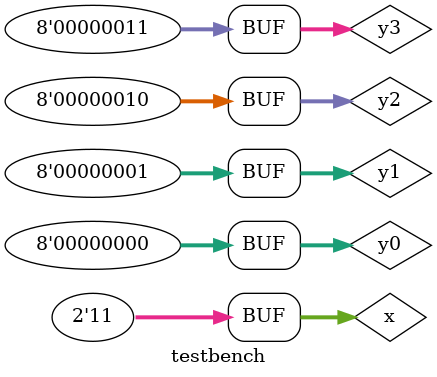
<source format=v>
module testbench;

    // input and output test signals
    reg[7:0] y0;
    reg[7:0] y1;
    reg[7:0] y2;
    reg[7:0] y3;

    reg[1:0] x;
    wire[7:0] z;

    // creating the instance of the module we want to test
    //  lab1 - module name
    //  dut  - instance name ('dut' means 'device under test')
    mux dut (.data_in({y0, y1, y2, y3}), .address(x), .data_out(z));

    // do at the beginning of the simulation
    initial
        begin
            y0 = 8'd0;
            y1 = 8'd1;
            y2 = 8'd2;
            y3 = 8'd3;

            x = 2'b00;    // set test signals value
            #10;            // pause
            x = 2'b01;    // set test signals value
            #10;            // pause
            x = 2'b10;    // set test signals value
            #10;            // pause
            x = 2'b11;    // set test signals value
            #10;            // pause
        end

    // do at the beginning of the simulation
    //  print signal values on every change
    initial
        $monitor("x=%b z=%b", x, z);

    // do at the beginning of the simulation
    initial
        $dumpvars;  //iverilog dump init

endmodule

</source>
